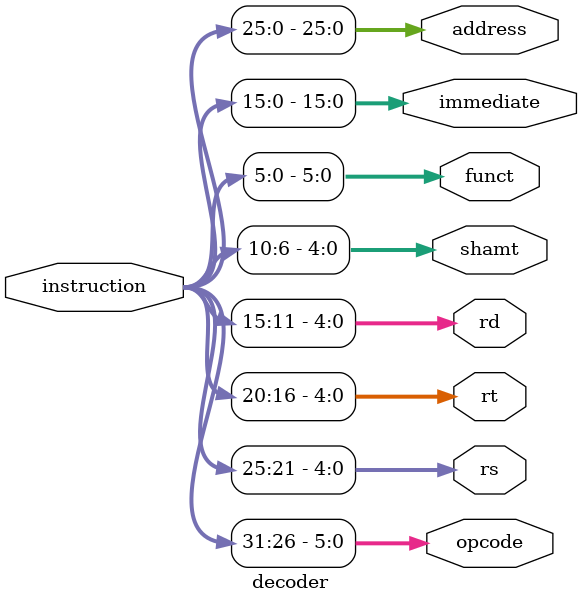
<source format=v>
module decoder(
    input [31:0] instruction,
    output [5:0] opcode,
    output [4:0] rs, rt, rd,
    output [4:0] shamt,
    output [5:0] funct,
    output [15:0] immediate,
    output [25:0] address
);

assign opcode    = instruction[31:26];
assign rs        = instruction[25:21];
assign rt        = instruction[20:16];
assign rd        = instruction[15:11];
assign shamt     = instruction[10:6];
assign funct     = instruction[5:0];
assign immediate = instruction[15:0];
assign address   = instruction[25:0];

endmodule

</source>
